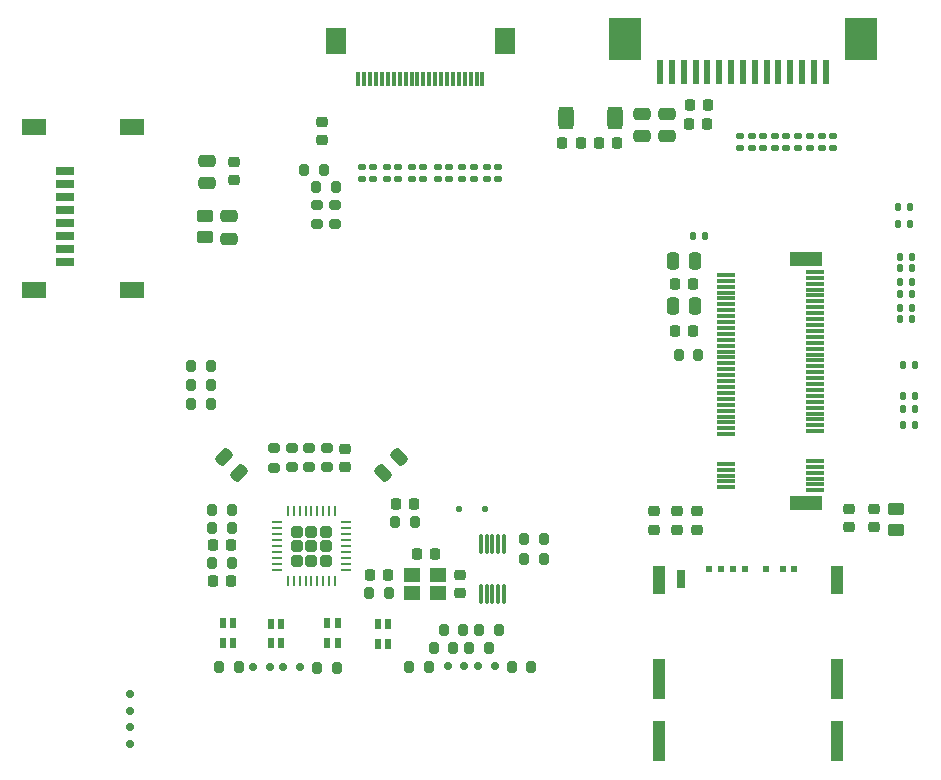
<source format=gbr>
%TF.GenerationSoftware,KiCad,Pcbnew,8.0.3*%
%TF.CreationDate,2024-11-01T12:04:32+00:00*%
%TF.ProjectId,CM4RadarBoard,434d3452-6164-4617-9242-6f6172642e6b,rev?*%
%TF.SameCoordinates,Original*%
%TF.FileFunction,Paste,Bot*%
%TF.FilePolarity,Positive*%
%FSLAX46Y46*%
G04 Gerber Fmt 4.6, Leading zero omitted, Abs format (unit mm)*
G04 Created by KiCad (PCBNEW 8.0.3) date 2024-11-01 12:04:32*
%MOMM*%
%LPD*%
G01*
G04 APERTURE LIST*
G04 Aperture macros list*
%AMRoundRect*
0 Rectangle with rounded corners*
0 $1 Rounding radius*
0 $2 $3 $4 $5 $6 $7 $8 $9 X,Y pos of 4 corners*
0 Add a 4 corners polygon primitive as box body*
4,1,4,$2,$3,$4,$5,$6,$7,$8,$9,$2,$3,0*
0 Add four circle primitives for the rounded corners*
1,1,$1+$1,$2,$3*
1,1,$1+$1,$4,$5*
1,1,$1+$1,$6,$7*
1,1,$1+$1,$8,$9*
0 Add four rect primitives between the rounded corners*
20,1,$1+$1,$2,$3,$4,$5,0*
20,1,$1+$1,$4,$5,$6,$7,0*
20,1,$1+$1,$6,$7,$8,$9,0*
20,1,$1+$1,$8,$9,$2,$3,0*%
G04 Aperture macros list end*
%ADD10R,0.550000X0.500000*%
%ADD11R,0.800000X1.500000*%
%ADD12R,1.000000X2.400000*%
%ADD13R,1.000000X3.400000*%
%ADD14R,1.550000X0.300000*%
%ADD15R,2.750000X1.200000*%
%ADD16RoundRect,0.135000X-0.185000X0.135000X-0.185000X-0.135000X0.185000X-0.135000X0.185000X0.135000X0*%
%ADD17RoundRect,0.250000X0.512652X0.159099X0.159099X0.512652X-0.512652X-0.159099X-0.159099X-0.512652X0*%
%ADD18RoundRect,0.135000X-0.135000X-0.185000X0.135000X-0.185000X0.135000X0.185000X-0.135000X0.185000X0*%
%ADD19RoundRect,0.225000X0.225000X0.250000X-0.225000X0.250000X-0.225000X-0.250000X0.225000X-0.250000X0*%
%ADD20RoundRect,0.150000X0.150000X0.200000X-0.150000X0.200000X-0.150000X-0.200000X0.150000X-0.200000X0*%
%ADD21RoundRect,0.250000X0.450000X-0.262500X0.450000X0.262500X-0.450000X0.262500X-0.450000X-0.262500X0*%
%ADD22RoundRect,0.200000X-0.200000X-0.275000X0.200000X-0.275000X0.200000X0.275000X-0.200000X0.275000X0*%
%ADD23RoundRect,0.225000X-0.250000X0.225000X-0.250000X-0.225000X0.250000X-0.225000X0.250000X0.225000X0*%
%ADD24RoundRect,0.025500X0.229500X0.354500X-0.229500X0.354500X-0.229500X-0.354500X0.229500X-0.354500X0*%
%ADD25R,0.300000X1.300000*%
%ADD26R,1.800000X2.200000*%
%ADD27RoundRect,0.225000X0.250000X-0.225000X0.250000X0.225000X-0.250000X0.225000X-0.250000X-0.225000X0*%
%ADD28RoundRect,0.150000X-0.200000X0.150000X-0.200000X-0.150000X0.200000X-0.150000X0.200000X0.150000X0*%
%ADD29RoundRect,0.250000X0.250000X0.475000X-0.250000X0.475000X-0.250000X-0.475000X0.250000X-0.475000X0*%
%ADD30RoundRect,0.225000X-0.225000X-0.250000X0.225000X-0.250000X0.225000X0.250000X-0.225000X0.250000X0*%
%ADD31RoundRect,0.135000X0.185000X-0.135000X0.185000X0.135000X-0.185000X0.135000X-0.185000X-0.135000X0*%
%ADD32RoundRect,0.150000X-0.150000X-0.200000X0.150000X-0.200000X0.150000X0.200000X-0.150000X0.200000X0*%
%ADD33RoundRect,0.200000X0.200000X0.275000X-0.200000X0.275000X-0.200000X-0.275000X0.200000X-0.275000X0*%
%ADD34RoundRect,0.087500X-0.087500X0.725000X-0.087500X-0.725000X0.087500X-0.725000X0.087500X0.725000X0*%
%ADD35RoundRect,0.135000X0.135000X0.185000X-0.135000X0.185000X-0.135000X-0.185000X0.135000X-0.185000X0*%
%ADD36RoundRect,0.200000X0.275000X-0.200000X0.275000X0.200000X-0.275000X0.200000X-0.275000X-0.200000X0*%
%ADD37RoundRect,0.249999X-0.387501X-0.700001X0.387501X-0.700001X0.387501X0.700001X-0.387501X0.700001X0*%
%ADD38RoundRect,0.250000X-0.475000X0.250000X-0.475000X-0.250000X0.475000X-0.250000X0.475000X0.250000X0*%
%ADD39R,1.500000X0.800000*%
%ADD40R,2.000000X1.450000*%
%ADD41RoundRect,0.250000X0.159099X-0.512652X0.512652X-0.159099X-0.159099X0.512652X-0.512652X0.159099X0*%
%ADD42RoundRect,0.200000X-0.275000X0.200000X-0.275000X-0.200000X0.275000X-0.200000X0.275000X0.200000X0*%
%ADD43RoundRect,0.250000X0.475000X-0.250000X0.475000X0.250000X-0.475000X0.250000X-0.475000X-0.250000X0*%
%ADD44RoundRect,0.247500X0.247500X-0.247500X0.247500X0.247500X-0.247500X0.247500X-0.247500X-0.247500X0*%
%ADD45RoundRect,0.062500X0.062500X-0.350000X0.062500X0.350000X-0.062500X0.350000X-0.062500X-0.350000X0*%
%ADD46RoundRect,0.062500X0.350000X-0.062500X0.350000X0.062500X-0.350000X0.062500X-0.350000X-0.062500X0*%
%ADD47RoundRect,0.125000X-0.125000X-0.125000X0.125000X-0.125000X0.125000X0.125000X-0.125000X0.125000X0*%
%ADD48R,1.400000X1.200000*%
%ADD49R,0.610000X2.000000*%
%ADD50R,2.680000X3.600000*%
%ADD51RoundRect,0.150000X0.200000X-0.150000X0.200000X0.150000X-0.200000X0.150000X-0.200000X-0.150000X0*%
G04 APERTURE END LIST*
D10*
%TO.C,J10*%
X95565000Y-84399000D03*
X97565000Y-84399000D03*
X101755000Y-84399000D03*
X94565000Y-84399000D03*
X96565000Y-84399000D03*
X100755000Y-84399000D03*
X99350000Y-84399000D03*
D11*
X92200000Y-85220000D03*
D12*
X90300000Y-85300000D03*
D13*
X90300000Y-93700000D03*
X90300000Y-98999000D03*
X105400000Y-98999000D03*
X105400000Y-93700000D03*
D12*
X105400000Y-85300000D03*
%TD*%
D14*
%TO.C,J3*%
X103506000Y-77750000D03*
X95956000Y-77500000D03*
X103506000Y-77250000D03*
X95956000Y-77000000D03*
X103506000Y-76750000D03*
X95956000Y-76500000D03*
X103506000Y-76250000D03*
X95956000Y-76000000D03*
X103506000Y-75750000D03*
X95956000Y-75500000D03*
X103506000Y-75250000D03*
X95956000Y-73000000D03*
X103506000Y-72750000D03*
X95956000Y-72500000D03*
X103506000Y-72250000D03*
X95956000Y-72000000D03*
X103506000Y-71750000D03*
X95956000Y-71500000D03*
X103506000Y-71250000D03*
X95956000Y-71000000D03*
X103506000Y-70750000D03*
X95956000Y-70500000D03*
X103506000Y-70250000D03*
X95956000Y-70000000D03*
X103506000Y-69750000D03*
X95956000Y-69500000D03*
X103506000Y-69250000D03*
X95956000Y-69000000D03*
X103506000Y-68750000D03*
X95956000Y-68500000D03*
X103506000Y-68250000D03*
X95956000Y-68000000D03*
X103506000Y-67750000D03*
X95956000Y-67500000D03*
X103506000Y-67250000D03*
X95956000Y-67000000D03*
X103506000Y-66750000D03*
X95956000Y-66500000D03*
X103506000Y-66250000D03*
X95956000Y-66000000D03*
X103506000Y-65750000D03*
X95956000Y-65500000D03*
X103506000Y-65250000D03*
X95956000Y-65000000D03*
X103506000Y-64750000D03*
X95956000Y-64500000D03*
X103506000Y-64250000D03*
X95956000Y-64000000D03*
X103506000Y-63750000D03*
X95956000Y-63500000D03*
X103506000Y-63250000D03*
X95956000Y-63000000D03*
X103506000Y-62750000D03*
X95956000Y-62500000D03*
X103506000Y-62250000D03*
X95956000Y-62000000D03*
X103506000Y-61750000D03*
X95956000Y-61500000D03*
X103506000Y-61250000D03*
X95956000Y-61000000D03*
X103506000Y-60750000D03*
X95956000Y-60500000D03*
X103506000Y-60250000D03*
X95956000Y-60000000D03*
X103506000Y-59750000D03*
X95956000Y-59500000D03*
X103506000Y-59250000D03*
D15*
X102731000Y-78850000D03*
X102731000Y-58150000D03*
%TD*%
D16*
%TO.C,R48*%
X102050000Y-47730000D03*
X102050000Y-48750000D03*
%TD*%
%TO.C,R44*%
X98130000Y-47710000D03*
X98130000Y-48730000D03*
%TD*%
D17*
%TO.C,C59*%
X54771751Y-76271751D03*
X53428249Y-74928249D03*
%TD*%
D18*
%TO.C,R29*%
X93204000Y-56220000D03*
X94224000Y-56220000D03*
%TD*%
D19*
%TO.C,C14*%
X86775000Y-48300000D03*
X85225000Y-48300000D03*
%TD*%
D20*
%TO.C,D8*%
X75000000Y-92590000D03*
X76400000Y-92590000D03*
%TD*%
D21*
%TO.C,C65*%
X110400000Y-81112500D03*
X110400000Y-79287500D03*
%TD*%
D22*
%TO.C,R91*%
X71235000Y-91120000D03*
X72885000Y-91120000D03*
%TD*%
D23*
%TO.C,C53*%
X106400000Y-79325000D03*
X106400000Y-80875000D03*
%TD*%
D22*
%TO.C,R98*%
X67975000Y-80400000D03*
X69625000Y-80400000D03*
%TD*%
D24*
%TO.C,FL4*%
X54235000Y-88965000D03*
X54235000Y-90635000D03*
X53365000Y-90635000D03*
X53365000Y-88965000D03*
%TD*%
D25*
%TO.C,J2*%
X64850000Y-42950000D03*
X65350000Y-42950000D03*
X65850000Y-42950000D03*
X66350000Y-42950000D03*
X66850000Y-42950000D03*
X67350000Y-42950000D03*
X67850000Y-42950000D03*
X68350000Y-42950000D03*
X68850000Y-42950000D03*
X69350000Y-42950000D03*
X69850000Y-42950000D03*
X70350000Y-42950000D03*
X70850000Y-42950000D03*
X71350000Y-42950000D03*
X71850000Y-42950000D03*
X72350000Y-42950000D03*
X72850000Y-42950000D03*
X73350000Y-42950000D03*
X73850000Y-42950000D03*
X74350000Y-42950000D03*
X74850000Y-42950000D03*
X75350000Y-42950000D03*
D26*
X62950000Y-39700000D03*
X77250000Y-39700000D03*
%TD*%
D27*
%TO.C,C61*%
X63700000Y-75775000D03*
X63700000Y-74225000D03*
%TD*%
D16*
%TO.C,R46*%
X100110000Y-47710000D03*
X100110000Y-48730000D03*
%TD*%
D28*
%TO.C,D11*%
X45500000Y-96400000D03*
X45500000Y-95000000D03*
%TD*%
D29*
%TO.C,C3*%
X93350000Y-58300000D03*
X91450000Y-58300000D03*
%TD*%
D30*
%TO.C,C12*%
X82125000Y-48300000D03*
X83675000Y-48300000D03*
%TD*%
D27*
%TO.C,C55*%
X73430000Y-86465000D03*
X73430000Y-84915000D03*
%TD*%
D31*
%TO.C,R17*%
X65150000Y-51410000D03*
X65150000Y-50390000D03*
%TD*%
D19*
%TO.C,C58*%
X54075000Y-82400000D03*
X52525000Y-82400000D03*
%TD*%
D32*
%TO.C,D4*%
X57350000Y-92720000D03*
X55950000Y-92720000D03*
%TD*%
D33*
%TO.C,R66*%
X62925000Y-52100000D03*
X61275000Y-52100000D03*
%TD*%
D18*
%TO.C,R40*%
X110674000Y-58010000D03*
X111694000Y-58010000D03*
%TD*%
D20*
%TO.C,D7*%
X58472500Y-92720000D03*
X59872500Y-92720000D03*
%TD*%
D31*
%TO.C,R27*%
X75700000Y-51410000D03*
X75700000Y-50390000D03*
%TD*%
D34*
%TO.C,U1*%
X75200000Y-82287500D03*
X75700000Y-82287500D03*
X76200000Y-82287500D03*
X76700000Y-82287500D03*
X77200000Y-82287500D03*
X77200000Y-86512500D03*
X76700000Y-86512500D03*
X76200000Y-86512500D03*
X75700000Y-86512500D03*
X75200000Y-86512500D03*
%TD*%
D21*
%TO.C,R82*%
X51900000Y-56312500D03*
X51900000Y-54487500D03*
%TD*%
D31*
%TO.C,R24*%
X72550000Y-51410000D03*
X72550000Y-50390000D03*
%TD*%
D16*
%TO.C,R49*%
X103050000Y-47730000D03*
X103050000Y-48750000D03*
%TD*%
D30*
%TO.C,C57*%
X65825000Y-84900000D03*
X67375000Y-84900000D03*
%TD*%
D16*
%TO.C,R47*%
X101070000Y-47730000D03*
X101070000Y-48750000D03*
%TD*%
D18*
%TO.C,R31*%
X110984000Y-72230000D03*
X112004000Y-72230000D03*
%TD*%
D35*
%TO.C,R33*%
X111944000Y-69760000D03*
X110924000Y-69760000D03*
%TD*%
D22*
%TO.C,R92*%
X74245000Y-91120000D03*
X75895000Y-91120000D03*
%TD*%
D31*
%TO.C,R26*%
X74630000Y-51410000D03*
X74630000Y-50390000D03*
%TD*%
D36*
%TO.C,R97*%
X59200000Y-75800000D03*
X59200000Y-74150000D03*
%TD*%
D37*
%TO.C,FB1*%
X82387500Y-46200000D03*
X86612500Y-46200000D03*
%TD*%
D22*
%TO.C,R102*%
X52475000Y-80900000D03*
X54125000Y-80900000D03*
%TD*%
D27*
%TO.C,C2*%
X61769998Y-48095000D03*
X61769998Y-46545000D03*
%TD*%
D33*
%TO.C,R85*%
X63025000Y-92750000D03*
X61375000Y-92750000D03*
%TD*%
D35*
%TO.C,R36*%
X111704000Y-62300000D03*
X110684000Y-62300000D03*
%TD*%
D38*
%TO.C,C17*%
X88900000Y-45850000D03*
X88900000Y-47750000D03*
%TD*%
D22*
%TO.C,R84*%
X78875000Y-81900000D03*
X80525000Y-81900000D03*
%TD*%
D33*
%TO.C,R83*%
X80525000Y-83600000D03*
X78875000Y-83600000D03*
%TD*%
D31*
%TO.C,R21*%
X69400000Y-51410000D03*
X69400000Y-50390000D03*
%TD*%
D39*
%TO.C,J11*%
X40000000Y-50700000D03*
X40000000Y-51800000D03*
X40000000Y-52900000D03*
X40000000Y-54000000D03*
X40000000Y-55100000D03*
X40000000Y-56200000D03*
X40000000Y-57300000D03*
X40000000Y-58400000D03*
D40*
X45700000Y-47025000D03*
X37400000Y-47025000D03*
X45700000Y-60775000D03*
X37400000Y-60775000D03*
%TD*%
D23*
%TO.C,C52*%
X93500000Y-79525000D03*
X93500000Y-81075000D03*
%TD*%
D18*
%TO.C,R35*%
X110684000Y-63240000D03*
X111704000Y-63240000D03*
%TD*%
D19*
%TO.C,C6*%
X93175000Y-64300000D03*
X91625000Y-64300000D03*
%TD*%
D22*
%TO.C,R93*%
X72055000Y-89570000D03*
X73705000Y-89570000D03*
%TD*%
D41*
%TO.C,C60*%
X66928249Y-76271751D03*
X68271751Y-74928249D03*
%TD*%
D18*
%TO.C,R39*%
X110674000Y-58950000D03*
X111694000Y-58950000D03*
%TD*%
D24*
%TO.C,FL3*%
X58335000Y-89025000D03*
X58335000Y-90695000D03*
X57465000Y-90695000D03*
X57465000Y-89025000D03*
%TD*%
D42*
%TO.C,R16*%
X61300000Y-53575000D03*
X61300000Y-55225000D03*
%TD*%
%TO.C,R104*%
X57700000Y-74175000D03*
X57700000Y-75825000D03*
%TD*%
D43*
%TO.C,C50*%
X52000000Y-51750000D03*
X52000000Y-49850000D03*
%TD*%
D22*
%TO.C,R101*%
X52475000Y-83900000D03*
X54125000Y-83900000D03*
%TD*%
D31*
%TO.C,R25*%
X73650000Y-51410000D03*
X73650000Y-50390000D03*
%TD*%
D29*
%TO.C,C4*%
X93350000Y-62100000D03*
X91450000Y-62100000D03*
%TD*%
D42*
%TO.C,R15*%
X62900000Y-53575000D03*
X62900000Y-55225000D03*
%TD*%
D33*
%TO.C,R100*%
X67425000Y-86400000D03*
X65775000Y-86400000D03*
%TD*%
D23*
%TO.C,C51*%
X91800000Y-79525000D03*
X91800000Y-81075000D03*
%TD*%
D18*
%TO.C,R34*%
X110934000Y-67130000D03*
X111954000Y-67130000D03*
%TD*%
D44*
%TO.C,U2*%
X59640000Y-83700000D03*
X60870000Y-83700000D03*
X62100000Y-83700000D03*
X59640000Y-82470000D03*
X60870000Y-82470000D03*
X62100000Y-82470000D03*
X59640000Y-81240000D03*
X60870000Y-81240000D03*
X62100000Y-81240000D03*
D45*
X62870000Y-85407500D03*
X62370000Y-85407500D03*
X61870000Y-85407500D03*
X61370000Y-85407500D03*
X60870000Y-85407500D03*
X60370000Y-85407500D03*
X59870000Y-85407500D03*
X59370000Y-85407500D03*
X58870000Y-85407500D03*
D46*
X57932500Y-84470000D03*
X57932500Y-83970000D03*
X57932500Y-83470000D03*
X57932500Y-82970000D03*
X57932500Y-82470000D03*
X57932500Y-81970000D03*
X57932500Y-81470000D03*
X57932500Y-80970000D03*
X57932500Y-80470000D03*
D45*
X58870000Y-79532500D03*
X59370000Y-79532500D03*
X59870000Y-79532500D03*
X60370000Y-79532500D03*
X60870000Y-79532500D03*
X61370000Y-79532500D03*
X61870000Y-79532500D03*
X62370000Y-79532500D03*
X62870000Y-79532500D03*
D46*
X63807500Y-80470000D03*
X63807500Y-80970000D03*
X63807500Y-81470000D03*
X63807500Y-81970000D03*
X63807500Y-82470000D03*
X63807500Y-82970000D03*
X63807500Y-83470000D03*
X63807500Y-83970000D03*
X63807500Y-84470000D03*
%TD*%
D18*
%TO.C,R38*%
X110684000Y-60150000D03*
X111704000Y-60150000D03*
%TD*%
D22*
%TO.C,R86*%
X69135000Y-92730000D03*
X70785000Y-92730000D03*
%TD*%
D16*
%TO.C,R45*%
X99120000Y-47710000D03*
X99120000Y-48730000D03*
%TD*%
D38*
%TO.C,C19*%
X91000000Y-45850000D03*
X91000000Y-47750000D03*
%TD*%
%TO.C,C64*%
X53900000Y-54550000D03*
X53900000Y-56450000D03*
%TD*%
D19*
%TO.C,C63*%
X54075000Y-85400000D03*
X52525000Y-85400000D03*
%TD*%
D47*
%TO.C,D2*%
X73400000Y-79300000D03*
X75600000Y-79300000D03*
%TD*%
D30*
%TO.C,C56*%
X69805000Y-83140000D03*
X71355000Y-83140000D03*
%TD*%
D33*
%TO.C,R67*%
X61925000Y-50600000D03*
X60275000Y-50600000D03*
%TD*%
D16*
%TO.C,R51*%
X105000000Y-47740000D03*
X105000000Y-48760000D03*
%TD*%
D30*
%TO.C,C27*%
X92825000Y-46700000D03*
X94375000Y-46700000D03*
%TD*%
D48*
%TO.C,Y1*%
X71560000Y-86480000D03*
X69360000Y-86480000D03*
X69360000Y-84880000D03*
X71560000Y-84880000D03*
%TD*%
D31*
%TO.C,R19*%
X67250000Y-51410000D03*
X67250000Y-50390000D03*
%TD*%
D19*
%TO.C,C5*%
X93175000Y-60300000D03*
X91625000Y-60300000D03*
%TD*%
D30*
%TO.C,C62*%
X68025000Y-78900000D03*
X69575000Y-78900000D03*
%TD*%
D32*
%TO.C,D5*%
X73827500Y-92590000D03*
X72427500Y-92590000D03*
%TD*%
D49*
%TO.C,J4*%
X90400000Y-42350000D03*
X91400000Y-42350000D03*
X92400000Y-42350000D03*
X93400000Y-42350000D03*
X94400000Y-42350000D03*
X95400000Y-42350000D03*
X96400000Y-42350000D03*
X97400000Y-42350000D03*
X98400000Y-42350000D03*
X99400000Y-42350000D03*
X100400000Y-42350000D03*
X101400000Y-42350000D03*
X102400000Y-42350000D03*
X103400000Y-42350000D03*
X104400000Y-42350000D03*
D50*
X87410000Y-39550000D03*
X107390000Y-39550000D03*
%TD*%
D16*
%TO.C,R43*%
X97140000Y-47710000D03*
X97140000Y-48730000D03*
%TD*%
D23*
%TO.C,C26*%
X54300000Y-49950000D03*
X54300000Y-51500000D03*
%TD*%
D16*
%TO.C,R50*%
X104060000Y-47730000D03*
X104060000Y-48750000D03*
%TD*%
D36*
%TO.C,R96*%
X60700000Y-75800000D03*
X60700000Y-74150000D03*
%TD*%
D31*
%TO.C,R18*%
X66100000Y-51410000D03*
X66100000Y-50390000D03*
%TD*%
D33*
%TO.C,R87*%
X54715000Y-92700000D03*
X53065000Y-92700000D03*
%TD*%
D18*
%TO.C,R41*%
X110544000Y-55170000D03*
X111564000Y-55170000D03*
%TD*%
D36*
%TO.C,R99*%
X62200000Y-75800000D03*
X62200000Y-74150000D03*
%TD*%
D33*
%TO.C,R30*%
X93625000Y-66300000D03*
X91975000Y-66300000D03*
%TD*%
D23*
%TO.C,C49*%
X89900000Y-79525000D03*
X89900000Y-81075000D03*
%TD*%
D35*
%TO.C,R32*%
X111944000Y-70870000D03*
X110924000Y-70870000D03*
%TD*%
D24*
%TO.C,FL1*%
X67375000Y-89075000D03*
X67375000Y-90745000D03*
X66505000Y-90745000D03*
X66505000Y-89075000D03*
%TD*%
D22*
%TO.C,R88*%
X77825000Y-92720000D03*
X79475000Y-92720000D03*
%TD*%
D33*
%TO.C,R62*%
X52325000Y-67200000D03*
X50675000Y-67200000D03*
%TD*%
D31*
%TO.C,R28*%
X76650000Y-51410000D03*
X76650000Y-50390000D03*
%TD*%
D51*
%TO.C,D10*%
X45500000Y-97800000D03*
X45500000Y-99200000D03*
%TD*%
D31*
%TO.C,R23*%
X71600000Y-51410000D03*
X71600000Y-50390000D03*
%TD*%
D23*
%TO.C,C54*%
X108500000Y-79325000D03*
X108500000Y-80875000D03*
%TD*%
D22*
%TO.C,R94*%
X75095000Y-89590000D03*
X76745000Y-89590000D03*
%TD*%
D31*
%TO.C,R22*%
X70350000Y-51410000D03*
X70350000Y-50390000D03*
%TD*%
%TO.C,R20*%
X68200000Y-51410000D03*
X68200000Y-50390000D03*
%TD*%
D22*
%TO.C,R103*%
X52475000Y-79400000D03*
X54125000Y-79400000D03*
%TD*%
D24*
%TO.C,FL2*%
X63100000Y-89000000D03*
X63100000Y-90670000D03*
X62230000Y-90670000D03*
X62230000Y-89000000D03*
%TD*%
D18*
%TO.C,R42*%
X110524000Y-53760000D03*
X111544000Y-53760000D03*
%TD*%
D33*
%TO.C,R64*%
X52325000Y-70400000D03*
X50675000Y-70400000D03*
%TD*%
D30*
%TO.C,C24*%
X92900000Y-45100000D03*
X94450000Y-45100000D03*
%TD*%
D33*
%TO.C,R63*%
X52325000Y-68800000D03*
X50675000Y-68800000D03*
%TD*%
D18*
%TO.C,R37*%
X110684000Y-61090000D03*
X111704000Y-61090000D03*
%TD*%
M02*

</source>
